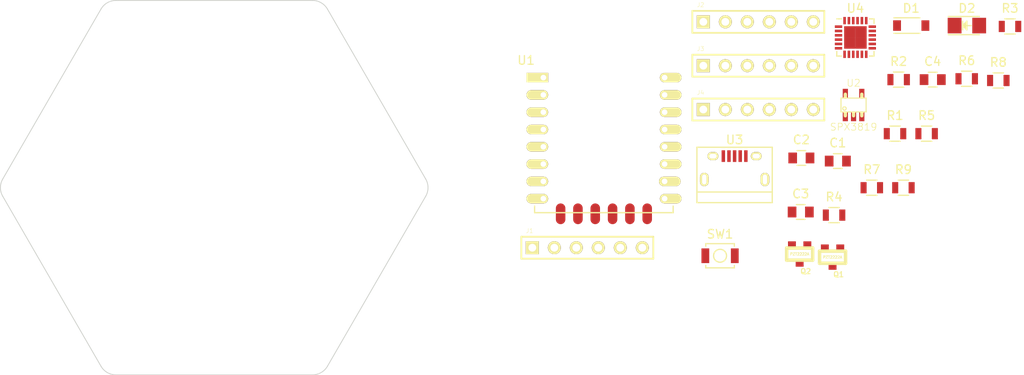
<source format=kicad_pcb>
(kicad_pcb (version 20160815) (host pcbnew 201610040835+7277~55~ubuntu16.04.1-)

  (general
    (links 69)
    (no_connects 69)
    (area 117.142304 62.352439 166.623503 105.753712)
    (thickness 1.6)
    (drawings 12)
    (tracks 0)
    (zones 0)
    (modules 26)
    (nets 49)
  )

  (page A4)
  (layers
    (0 F.Cu signal)
    (31 B.Cu signal)
    (32 B.Adhes user)
    (33 F.Adhes user)
    (34 B.Paste user)
    (35 F.Paste user)
    (36 B.SilkS user)
    (37 F.SilkS user)
    (38 B.Mask user)
    (39 F.Mask user)
    (40 Dwgs.User user)
    (41 Cmts.User user)
    (42 Eco1.User user)
    (43 Eco2.User user)
    (44 Edge.Cuts user)
    (45 Margin user)
    (46 B.CrtYd user)
    (47 F.CrtYd user)
    (48 B.Fab user)
    (49 F.Fab user)
  )

  (setup
    (last_trace_width 0.2)
    (trace_clearance 0.2)
    (zone_clearance 0.508)
    (zone_45_only no)
    (trace_min 0.2)
    (segment_width 0.01)
    (edge_width 0.1)
    (via_size 0.74)
    (via_drill 0.3)
    (via_min_size 0.64)
    (via_min_drill 0.3)
    (uvia_size 0.508)
    (uvia_drill 0.127)
    (uvias_allowed no)
    (uvia_min_size 0.508)
    (uvia_min_drill 0.127)
    (pcb_text_width 0.3)
    (pcb_text_size 1.5 1.5)
    (mod_edge_width 0.15)
    (mod_text_size 1 1)
    (mod_text_width 0.15)
    (pad_size 0.74 0.74)
    (pad_drill 0.3)
    (pad_to_mask_clearance 0.075)
    (aux_axis_origin 0 0)
    (visible_elements FFFCFF7F)
    (pcbplotparams
      (layerselection 0x00030_ffffffff)
      (usegerberextensions false)
      (excludeedgelayer true)
      (linewidth 0.100000)
      (plotframeref false)
      (viasonmask false)
      (mode 1)
      (useauxorigin false)
      (hpglpennumber 1)
      (hpglpenspeed 20)
      (hpglpendiameter 15)
      (psnegative false)
      (psa4output false)
      (plotreference true)
      (plotvalue true)
      (plotinvisibletext false)
      (padsonsilk false)
      (subtractmaskfromsilk false)
      (outputformat 1)
      (mirror false)
      (drillshape 1)
      (scaleselection 1)
      (outputdirectory ""))
  )

  (net 0 "")
  (net 1 VBUS)
  (net 2 GND)
  (net 3 +3V3)
  (net 4 VIN)
  (net 5 "Net-(D2-Pad1)")
  (net 6 /GPIO0)
  (net 7 /GPIO16)
  (net 8 /GPIO2)
  (net 9 /GPIO5)
  (net 10 /GPIO4)
  (net 11 /EN)
  (net 12 /GPIO14)
  (net 13 /GPIO12)
  (net 14 /GPIO13)
  (net 15 /CH_PD)
  (net 16 /TXD)
  (net 17 /RXD)
  (net 18 /ADC)
  (net 19 /GPIO15)
  (net 20 "Net-(J4-Pad3)")
  (net 21 /RESET)
  (net 22 /DTR)
  (net 23 "Net-(Q1-Pad1)")
  (net 24 "Net-(Q2-Pad1)")
  (net 25 /RTS)
  (net 26 /USB_RX)
  (net 27 "Net-(U1-Pad14)")
  (net 28 "Net-(U1-Pad13)")
  (net 29 "Net-(U1-Pad12)")
  (net 30 "Net-(U1-Pad11)")
  (net 31 "Net-(U1-Pad10)")
  (net 32 "Net-(U1-Pad9)")
  (net 33 "Net-(U3-Pad4)")
  (net 34 /D+)
  (net 35 /D-)
  (net 36 "Net-(U4-Pad24)")
  (net 37 "Net-(U4-Pad22)")
  (net 38 "Net-(U4-Pad18)")
  (net 39 "Net-(U4-Pad17)")
  (net 40 "Net-(U4-Pad16)")
  (net 41 "Net-(U4-Pad15)")
  (net 42 "Net-(U4-Pad14)")
  (net 43 "Net-(U4-Pad13)")
  (net 44 "Net-(U4-Pad12)")
  (net 45 "Net-(U4-Pad11)")
  (net 46 "Net-(U4-Pad10)")
  (net 47 "Net-(U4-Pad9)")
  (net 48 "Net-(U4-Pad1)")

  (net_class Default "This is the default net class."
    (clearance 0.2)
    (trace_width 0.2)
    (via_dia 0.74)
    (via_drill 0.3)
    (uvia_dia 0.508)
    (uvia_drill 0.127)
    (diff_pair_gap 0.25)
    (diff_pair_width 0.2)
    (add_net +3V3)
    (add_net /ADC)
    (add_net /CH_PD)
    (add_net /D+)
    (add_net /D-)
    (add_net /DTR)
    (add_net /EN)
    (add_net /GPIO0)
    (add_net /GPIO12)
    (add_net /GPIO13)
    (add_net /GPIO14)
    (add_net /GPIO15)
    (add_net /GPIO16)
    (add_net /GPIO2)
    (add_net /GPIO4)
    (add_net /GPIO5)
    (add_net /RESET)
    (add_net /RTS)
    (add_net /RXD)
    (add_net /TXD)
    (add_net /USB_RX)
    (add_net GND)
    (add_net "Net-(D2-Pad1)")
    (add_net "Net-(J4-Pad3)")
    (add_net "Net-(Q1-Pad1)")
    (add_net "Net-(Q2-Pad1)")
    (add_net "Net-(U1-Pad10)")
    (add_net "Net-(U1-Pad11)")
    (add_net "Net-(U1-Pad12)")
    (add_net "Net-(U1-Pad13)")
    (add_net "Net-(U1-Pad14)")
    (add_net "Net-(U1-Pad9)")
    (add_net "Net-(U3-Pad4)")
    (add_net "Net-(U4-Pad1)")
    (add_net "Net-(U4-Pad10)")
    (add_net "Net-(U4-Pad11)")
    (add_net "Net-(U4-Pad12)")
    (add_net "Net-(U4-Pad13)")
    (add_net "Net-(U4-Pad14)")
    (add_net "Net-(U4-Pad15)")
    (add_net "Net-(U4-Pad16)")
    (add_net "Net-(U4-Pad17)")
    (add_net "Net-(U4-Pad18)")
    (add_net "Net-(U4-Pad22)")
    (add_net "Net-(U4-Pad24)")
    (add_net "Net-(U4-Pad9)")
    (add_net VBUS)
    (add_net VIN)
  )

  (module Capacitors_SMD:C_0805 (layer F.Cu) (tedit 57F50E06) (tstamp 57F50E63)
    (at 213.901836 80.979939)
    (descr "Capacitor SMD 0805, reflow soldering, AVX (see smccp.pdf)")
    (tags "capacitor 0805")
    (path /579D1569)
    (attr smd)
    (fp_text reference C1 (at 0 -2.1) (layer F.SilkS)
      (effects (font (size 1 1) (thickness 0.15)))
    )
    (fp_text value 10uF (at 0 2.1) (layer F.Fab)
      (effects (font (size 1 1) (thickness 0.15)))
    )
    (fp_line (start -1 0.625) (end -1 -0.625) (layer F.Fab) (width 0.15))
    (fp_line (start 1 0.625) (end -1 0.625) (layer F.Fab) (width 0.15))
    (fp_line (start 1 -0.625) (end 1 0.625) (layer F.Fab) (width 0.15))
    (fp_line (start -1 -0.625) (end 1 -0.625) (layer F.Fab) (width 0.15))
    (fp_line (start -1.8 -1) (end 1.8 -1) (layer F.CrtYd) (width 0.05))
    (fp_line (start -1.8 1) (end 1.8 1) (layer F.CrtYd) (width 0.05))
    (fp_line (start -1.8 -1) (end -1.8 1) (layer F.CrtYd) (width 0.05))
    (fp_line (start 1.8 -1) (end 1.8 1) (layer F.CrtYd) (width 0.05))
    (fp_line (start 0.5 -0.85) (end -0.5 -0.85) (layer F.SilkS) (width 0.15))
    (fp_line (start -0.5 0.85) (end 0.5 0.85) (layer F.SilkS) (width 0.15))
    (pad 1 smd rect (at -1 0) (size 1 1.25) (layers F.Cu F.Paste F.Mask)
      (net 1 VBUS))
    (pad 2 smd rect (at 1 0) (size 1 1.25) (layers F.Cu F.Paste F.Mask)
      (net 2 GND))
    (model Capacitors_SMD.3dshapes/C_0805.wrl
      (at (xyz 0 0 0))
      (scale (xyz 1 1 1))
      (rotate (xyz 0 0 0))
    )
  )

  (module Capacitors_SMD:C_0805 (layer F.Cu) (tedit 57F50E06) (tstamp 57F50E69)
    (at 209.691836 80.619939)
    (descr "Capacitor SMD 0805, reflow soldering, AVX (see smccp.pdf)")
    (tags "capacitor 0805")
    (path /579D1648)
    (attr smd)
    (fp_text reference C2 (at 0 -2.1) (layer F.SilkS)
      (effects (font (size 1 1) (thickness 0.15)))
    )
    (fp_text value 10uF (at 0 2.1) (layer F.Fab)
      (effects (font (size 1 1) (thickness 0.15)))
    )
    (fp_line (start -1 0.625) (end -1 -0.625) (layer F.Fab) (width 0.15))
    (fp_line (start 1 0.625) (end -1 0.625) (layer F.Fab) (width 0.15))
    (fp_line (start 1 -0.625) (end 1 0.625) (layer F.Fab) (width 0.15))
    (fp_line (start -1 -0.625) (end 1 -0.625) (layer F.Fab) (width 0.15))
    (fp_line (start -1.8 -1) (end 1.8 -1) (layer F.CrtYd) (width 0.05))
    (fp_line (start -1.8 1) (end 1.8 1) (layer F.CrtYd) (width 0.05))
    (fp_line (start -1.8 -1) (end -1.8 1) (layer F.CrtYd) (width 0.05))
    (fp_line (start 1.8 -1) (end 1.8 1) (layer F.CrtYd) (width 0.05))
    (fp_line (start 0.5 -0.85) (end -0.5 -0.85) (layer F.SilkS) (width 0.15))
    (fp_line (start -0.5 0.85) (end 0.5 0.85) (layer F.SilkS) (width 0.15))
    (pad 1 smd rect (at -1 0) (size 1 1.25) (layers F.Cu F.Paste F.Mask)
      (net 3 +3V3))
    (pad 2 smd rect (at 1 0) (size 1 1.25) (layers F.Cu F.Paste F.Mask)
      (net 2 GND))
    (model Capacitors_SMD.3dshapes/C_0805.wrl
      (at (xyz 0 0 0))
      (scale (xyz 1 1 1))
      (rotate (xyz 0 0 0))
    )
  )

  (module Capacitors_SMD:C_0805 (layer F.Cu) (tedit 57F50E06) (tstamp 57F50E6F)
    (at 209.618504 86.869939)
    (descr "Capacitor SMD 0805, reflow soldering, AVX (see smccp.pdf)")
    (tags "capacitor 0805")
    (path /579D1608)
    (attr smd)
    (fp_text reference C3 (at 0 -2.1) (layer F.SilkS)
      (effects (font (size 1 1) (thickness 0.15)))
    )
    (fp_text value 1uF (at 0 2.1) (layer F.Fab)
      (effects (font (size 1 1) (thickness 0.15)))
    )
    (fp_line (start -0.5 0.85) (end 0.5 0.85) (layer F.SilkS) (width 0.15))
    (fp_line (start 0.5 -0.85) (end -0.5 -0.85) (layer F.SilkS) (width 0.15))
    (fp_line (start 1.8 -1) (end 1.8 1) (layer F.CrtYd) (width 0.05))
    (fp_line (start -1.8 -1) (end -1.8 1) (layer F.CrtYd) (width 0.05))
    (fp_line (start -1.8 1) (end 1.8 1) (layer F.CrtYd) (width 0.05))
    (fp_line (start -1.8 -1) (end 1.8 -1) (layer F.CrtYd) (width 0.05))
    (fp_line (start -1 -0.625) (end 1 -0.625) (layer F.Fab) (width 0.15))
    (fp_line (start 1 -0.625) (end 1 0.625) (layer F.Fab) (width 0.15))
    (fp_line (start 1 0.625) (end -1 0.625) (layer F.Fab) (width 0.15))
    (fp_line (start -1 0.625) (end -1 -0.625) (layer F.Fab) (width 0.15))
    (pad 2 smd rect (at 1 0) (size 1 1.25) (layers F.Cu F.Paste F.Mask)
      (net 2 GND))
    (pad 1 smd rect (at -1 0) (size 1 1.25) (layers F.Cu F.Paste F.Mask)
      (net 3 +3V3))
    (model Capacitors_SMD.3dshapes/C_0805.wrl
      (at (xyz 0 0 0))
      (scale (xyz 1 1 1))
      (rotate (xyz 0 0 0))
    )
  )

  (module Capacitors_SMD:C_0805 (layer F.Cu) (tedit 57F50E06) (tstamp 57F50E75)
    (at 224.861836 71.559939)
    (descr "Capacitor SMD 0805, reflow soldering, AVX (see smccp.pdf)")
    (tags "capacitor 0805")
    (path /579D6665)
    (attr smd)
    (fp_text reference C4 (at 0 -2.1) (layer F.SilkS)
      (effects (font (size 1 1) (thickness 0.15)))
    )
    (fp_text value 10uF (at 0 2.1) (layer F.Fab)
      (effects (font (size 1 1) (thickness 0.15)))
    )
    (fp_line (start -0.5 0.85) (end 0.5 0.85) (layer F.SilkS) (width 0.15))
    (fp_line (start 0.5 -0.85) (end -0.5 -0.85) (layer F.SilkS) (width 0.15))
    (fp_line (start 1.8 -1) (end 1.8 1) (layer F.CrtYd) (width 0.05))
    (fp_line (start -1.8 -1) (end -1.8 1) (layer F.CrtYd) (width 0.05))
    (fp_line (start -1.8 1) (end 1.8 1) (layer F.CrtYd) (width 0.05))
    (fp_line (start -1.8 -1) (end 1.8 -1) (layer F.CrtYd) (width 0.05))
    (fp_line (start -1 -0.625) (end 1 -0.625) (layer F.Fab) (width 0.15))
    (fp_line (start 1 -0.625) (end 1 0.625) (layer F.Fab) (width 0.15))
    (fp_line (start 1 0.625) (end -1 0.625) (layer F.Fab) (width 0.15))
    (fp_line (start -1 0.625) (end -1 -0.625) (layer F.Fab) (width 0.15))
    (pad 2 smd rect (at 1 0) (size 1 1.25) (layers F.Cu F.Paste F.Mask)
      (net 3 +3V3))
    (pad 1 smd rect (at -1 0) (size 1 1.25) (layers F.Cu F.Paste F.Mask)
      (net 2 GND))
    (model Capacitors_SMD.3dshapes/C_0805.wrl
      (at (xyz 0 0 0))
      (scale (xyz 1 1 1))
      (rotate (xyz 0 0 0))
    )
  )

  (module Diodes_SMD:SOD-123 (layer F.Cu) (tedit 57F50E06) (tstamp 57F50E7B)
    (at 222.378503 65.309939)
    (descr SOD-123)
    (tags SOD-123)
    (path /579D10AA)
    (attr smd)
    (fp_text reference D1 (at 0 -2) (layer F.SilkS)
      (effects (font (size 1 1) (thickness 0.15)))
    )
    (fp_text value MBR120 (at 0 2.1) (layer F.Fab)
      (effects (font (size 1 1) (thickness 0.15)))
    )
    (fp_line (start -2 -0.9) (end 1 -0.9) (layer F.SilkS) (width 0.15))
    (fp_line (start -2 0.9) (end 1 0.9) (layer F.SilkS) (width 0.15))
    (fp_line (start -2.25 -1.05) (end -2.25 1.05) (layer F.CrtYd) (width 0.05))
    (fp_line (start 2.25 1.05) (end -2.25 1.05) (layer F.CrtYd) (width 0.05))
    (fp_line (start 2.25 -1.05) (end 2.25 1.05) (layer F.CrtYd) (width 0.05))
    (fp_line (start -2.25 -1.05) (end 2.25 -1.05) (layer F.CrtYd) (width 0.05))
    (fp_line (start -1.35 -0.8) (end 1.35 -0.8) (layer F.Fab) (width 0.15))
    (fp_line (start 1.35 -0.8) (end 1.35 0.8) (layer F.Fab) (width 0.15))
    (fp_line (start 1.35 0.8) (end -1.35 0.8) (layer F.Fab) (width 0.15))
    (fp_line (start -1.35 0.8) (end -1.35 -0.8) (layer F.Fab) (width 0.15))
    (fp_line (start -0.75 0) (end -0.35 0) (layer F.Fab) (width 0.15))
    (fp_line (start -0.35 0) (end -0.35 -0.55) (layer F.Fab) (width 0.15))
    (fp_line (start -0.35 0) (end -0.35 0.55) (layer F.Fab) (width 0.15))
    (fp_line (start -0.35 0) (end 0.25 -0.4) (layer F.Fab) (width 0.15))
    (fp_line (start 0.25 -0.4) (end 0.25 0.4) (layer F.Fab) (width 0.15))
    (fp_line (start 0.25 0.4) (end -0.35 0) (layer F.Fab) (width 0.15))
    (fp_line (start 0.25 0) (end 0.75 0) (layer F.Fab) (width 0.15))
    (pad 2 smd rect (at 1.635 0) (size 0.91 1.22) (layers F.Cu F.Paste F.Mask)
      (net 4 VIN))
    (pad 1 smd rect (at -1.635 0) (size 0.91 1.22) (layers F.Cu F.Paste F.Mask)
      (net 1 VBUS))
    (model ${KISYS3DMOD}/Diodes_SMD.3dshapes/SOD-123.wrl
      (at (xyz 0 0 0))
      (scale (xyz 1 1 1))
      (rotate (xyz 0 0 0))
    )
  )

  (module LEDs:LED_1206 (layer F.Cu) (tedit 57F50E06) (tstamp 57F50E81)
    (at 228.809455 65.309939)
    (descr "LED 1206 smd package")
    (tags "LED1206 SMD")
    (path /579E74FA)
    (attr smd)
    (fp_text reference D2 (at 0 -2) (layer F.SilkS)
      (effects (font (size 1 1) (thickness 0.15)))
    )
    (fp_text value PURPLE (at 0 2) (layer F.Fab)
      (effects (font (size 1 1) (thickness 0.15)))
    )
    (fp_line (start 2.5 1.25) (end 2.5 -1.25) (layer F.CrtYd) (width 0.05))
    (fp_line (start -2.5 1.25) (end 2.5 1.25) (layer F.CrtYd) (width 0.05))
    (fp_line (start -2.5 -1.25) (end -2.5 1.25) (layer F.CrtYd) (width 0.05))
    (fp_line (start 2.5 -1.25) (end -2.5 -1.25) (layer F.CrtYd) (width 0.05))
    (fp_line (start 0 0.5) (end -0.5 0) (layer F.SilkS) (width 0.15))
    (fp_line (start 0 -0.5) (end 0 0.5) (layer F.SilkS) (width 0.15))
    (fp_line (start -0.5 0) (end 0 -0.5) (layer F.SilkS) (width 0.15))
    (fp_line (start 0 0) (end 0.5 0) (layer F.SilkS) (width 0.15))
    (fp_line (start -0.5 -0.5) (end -0.5 0.5) (layer F.SilkS) (width 0.15))
    (fp_line (start -0.2 0.05) (end -0.25 0) (layer F.SilkS) (width 0.15))
    (fp_line (start -0.2 -0.2) (end -0.2 0.05) (layer F.SilkS) (width 0.15))
    (fp_line (start -0.4 0) (end -0.2 -0.2) (layer F.SilkS) (width 0.15))
    (fp_line (start -0.1 0.3) (end -0.4 0) (layer F.SilkS) (width 0.15))
    (fp_line (start -0.1 -0.3) (end -0.1 0.3) (layer F.SilkS) (width 0.15))
    (fp_line (start -2.15 -1.05) (end 1.45 -1.05) (layer F.SilkS) (width 0.15))
    (fp_line (start -2.15 1.05) (end 1.45 1.05) (layer F.SilkS) (width 0.15))
    (fp_line (start -1.6 -0.8) (end 1.6 -0.8) (layer F.Fab) (width 0.15))
    (fp_line (start 1.6 -0.8) (end 1.6 0.8) (layer F.Fab) (width 0.15))
    (fp_line (start 1.6 0.8) (end -1.6 0.8) (layer F.Fab) (width 0.15))
    (fp_line (start -1.6 0.8) (end -1.6 -0.8) (layer F.Fab) (width 0.15))
    (fp_line (start 0 -0.5) (end 0 0.5) (layer F.Fab) (width 0.15))
    (fp_line (start 0 0.5) (end -0.5 0) (layer F.Fab) (width 0.15))
    (fp_line (start -0.5 0) (end 0 -0.5) (layer F.Fab) (width 0.15))
    (fp_line (start -0.5 -0.5) (end -0.5 0.5) (layer F.Fab) (width 0.15))
    (pad 1 smd rect (at -1.41986 0 180) (size 1.59766 1.80086) (layers F.Cu F.Paste F.Mask)
      (net 5 "Net-(D2-Pad1)"))
    (pad 2 smd rect (at 1.41986 0 180) (size 1.59766 1.80086) (layers F.Cu F.Paste F.Mask)
      (net 3 +3V3))
    (model LEDs.3dshapes/LED_1206.wrl
      (at (xyz 0 0 0))
      (scale (xyz 1 1 1))
      (rotate (xyz 0 0 180))
    )
  )

  (module icezum:1x6-Socket-header-2.54mm (layer F.Cu) (tedit 57F50E06) (tstamp 57F50E8B)
    (at 178.622331 90.998239)
    (descr "Through hole socket strip")
    (tags "socket strip")
    (path /579E29FC)
    (fp_text reference J1 (at -0.3175 -1.9558) (layer F.SilkS)
      (effects (font (size 0.5 0.5) (thickness 0.04)))
    )
    (fp_text value 1x6_female_pin_Header_2.54mm (at 4.2926 1.9304) (layer Eco2.User)
      (effects (font (size 0.5 0.5) (thickness 0.04)))
    )
    (fp_line (start -1.27 1.27) (end -1.27 -1.27) (layer F.SilkS) (width 0.2032))
    (fp_line (start 13.97 1.27) (end -1.27 1.27) (layer F.SilkS) (width 0.2032))
    (fp_line (start 13.97 -1.27) (end 13.97 1.27) (layer F.SilkS) (width 0.2032))
    (fp_line (start -1.27 -1.27) (end 13.97 -1.27) (layer F.SilkS) (width 0.2032))
    (fp_line (start -1.4351 1.4478) (end -1.4478 -1.4478) (layer F.CrtYd) (width 0.05))
    (fp_line (start 14.1605 1.4478) (end -1.4351 1.4478) (layer F.CrtYd) (width 0.05))
    (fp_line (start 14.1605 -1.4478) (end 14.1605 1.4478) (layer F.CrtYd) (width 0.05))
    (fp_line (start -1.4478 -1.4478) (end 14.1605 -1.4478) (layer F.CrtYd) (width 0.05))
    (fp_line (start 0 -0.254) (end 0 0.254) (layer F.CrtYd) (width 0.05))
    (fp_line (start -0.254 0) (end 0.254 0) (layer F.CrtYd) (width 0.05))
    (pad 1 thru_hole rect (at 0 0) (size 1.5 1.5) (drill 0.9) (layers *.Cu *.Mask F.SilkS)
      (net 2 GND))
    (pad 2 thru_hole circle (at 2.54 0) (size 1.5 1.5) (drill 0.9) (layers *.Cu *.Mask F.SilkS)
      (net 6 /GPIO0))
    (pad 3 thru_hole circle (at 5.08 0) (size 1.5 1.5) (drill 0.9) (layers *.Cu *.Mask F.SilkS)
      (net 7 /GPIO16))
    (pad 4 thru_hole circle (at 7.62 0) (size 1.5 1.5) (drill 0.9) (layers *.Cu *.Mask F.SilkS)
      (net 8 /GPIO2))
    (pad 5 thru_hole circle (at 10.16 0) (size 1.5 1.5) (drill 0.9) (layers *.Cu *.Mask F.SilkS)
      (net 9 /GPIO5))
    (pad 6 thru_hole circle (at 12.7 0) (size 1.5 1.5) (drill 0.9) (layers *.Cu *.Mask F.SilkS)
      (net 10 /GPIO4))
    (model ${KIPRJMOD}/packages3d/1x6-socket-header-2.54mm.wrl
      (at (xyz 0 0 0))
      (scale (xyz 1 1 1))
      (rotate (xyz 0 0 180))
    )
  )

  (module icezum:1x6-Socket-header-2.54mm (layer F.Cu) (tedit 57F50E06) (tstamp 57F50E95)
    (at 198.372331 64.878239)
    (descr "Through hole socket strip")
    (tags "socket strip")
    (path /579E2D94)
    (fp_text reference J2 (at -0.3175 -1.9558) (layer F.SilkS)
      (effects (font (size 0.5 0.5) (thickness 0.04)))
    )
    (fp_text value 1x6_female_pin_Header_2.54mm (at 4.2926 1.9304) (layer Eco2.User)
      (effects (font (size 0.5 0.5) (thickness 0.04)))
    )
    (fp_line (start -1.27 1.27) (end -1.27 -1.27) (layer F.SilkS) (width 0.2032))
    (fp_line (start 13.97 1.27) (end -1.27 1.27) (layer F.SilkS) (width 0.2032))
    (fp_line (start 13.97 -1.27) (end 13.97 1.27) (layer F.SilkS) (width 0.2032))
    (fp_line (start -1.27 -1.27) (end 13.97 -1.27) (layer F.SilkS) (width 0.2032))
    (fp_line (start -1.4351 1.4478) (end -1.4478 -1.4478) (layer F.CrtYd) (width 0.05))
    (fp_line (start 14.1605 1.4478) (end -1.4351 1.4478) (layer F.CrtYd) (width 0.05))
    (fp_line (start 14.1605 -1.4478) (end 14.1605 1.4478) (layer F.CrtYd) (width 0.05))
    (fp_line (start -1.4478 -1.4478) (end 14.1605 -1.4478) (layer F.CrtYd) (width 0.05))
    (fp_line (start 0 -0.254) (end 0 0.254) (layer F.CrtYd) (width 0.05))
    (fp_line (start -0.254 0) (end 0.254 0) (layer F.CrtYd) (width 0.05))
    (pad 1 thru_hole rect (at 0 0) (size 1.5 1.5) (drill 0.9) (layers *.Cu *.Mask F.SilkS)
      (net 4 VIN))
    (pad 2 thru_hole circle (at 2.54 0) (size 1.5 1.5) (drill 0.9) (layers *.Cu *.Mask F.SilkS)
      (net 11 /EN))
    (pad 3 thru_hole circle (at 5.08 0) (size 1.5 1.5) (drill 0.9) (layers *.Cu *.Mask F.SilkS)
      (net 1 VBUS))
    (pad 4 thru_hole circle (at 7.62 0) (size 1.5 1.5) (drill 0.9) (layers *.Cu *.Mask F.SilkS)
      (net 12 /GPIO14))
    (pad 5 thru_hole circle (at 10.16 0) (size 1.5 1.5) (drill 0.9) (layers *.Cu *.Mask F.SilkS)
      (net 13 /GPIO12))
    (pad 6 thru_hole circle (at 12.7 0) (size 1.5 1.5) (drill 0.9) (layers *.Cu *.Mask F.SilkS)
      (net 14 /GPIO13))
    (model ${KIPRJMOD}/packages3d/1x6-socket-header-2.54mm.wrl
      (at (xyz 0 0 0))
      (scale (xyz 1 1 1))
      (rotate (xyz 0 0 180))
    )
  )

  (module icezum:1x6-Socket-header-2.54mm (layer F.Cu) (tedit 57F50E06) (tstamp 57F50E9F)
    (at 198.372331 69.948239)
    (descr "Through hole socket strip")
    (tags "socket strip")
    (path /579E2CB2)
    (fp_text reference J3 (at -0.3175 -1.9558) (layer F.SilkS)
      (effects (font (size 0.5 0.5) (thickness 0.04)))
    )
    (fp_text value 1x6_female_pin_Header_2.54mm (at 4.2926 1.9304) (layer Eco2.User)
      (effects (font (size 0.5 0.5) (thickness 0.04)))
    )
    (fp_line (start -0.254 0) (end 0.254 0) (layer F.CrtYd) (width 0.05))
    (fp_line (start 0 -0.254) (end 0 0.254) (layer F.CrtYd) (width 0.05))
    (fp_line (start -1.4478 -1.4478) (end 14.1605 -1.4478) (layer F.CrtYd) (width 0.05))
    (fp_line (start 14.1605 -1.4478) (end 14.1605 1.4478) (layer F.CrtYd) (width 0.05))
    (fp_line (start 14.1605 1.4478) (end -1.4351 1.4478) (layer F.CrtYd) (width 0.05))
    (fp_line (start -1.4351 1.4478) (end -1.4478 -1.4478) (layer F.CrtYd) (width 0.05))
    (fp_line (start -1.27 -1.27) (end 13.97 -1.27) (layer F.SilkS) (width 0.2032))
    (fp_line (start 13.97 -1.27) (end 13.97 1.27) (layer F.SilkS) (width 0.2032))
    (fp_line (start 13.97 1.27) (end -1.27 1.27) (layer F.SilkS) (width 0.2032))
    (fp_line (start -1.27 1.27) (end -1.27 -1.27) (layer F.SilkS) (width 0.2032))
    (pad 6 thru_hole circle (at 12.7 0) (size 1.5 1.5) (drill 0.9) (layers *.Cu *.Mask F.SilkS)
      (net 15 /CH_PD))
    (pad 5 thru_hole circle (at 10.16 0) (size 1.5 1.5) (drill 0.9) (layers *.Cu *.Mask F.SilkS)
      (net 16 /TXD))
    (pad 4 thru_hole circle (at 7.62 0) (size 1.5 1.5) (drill 0.9) (layers *.Cu *.Mask F.SilkS)
      (net 17 /RXD))
    (pad 3 thru_hole circle (at 5.08 0) (size 1.5 1.5) (drill 0.9) (layers *.Cu *.Mask F.SilkS)
      (net 13 /GPIO12))
    (pad 2 thru_hole circle (at 2.54 0) (size 1.5 1.5) (drill 0.9) (layers *.Cu *.Mask F.SilkS)
      (net 14 /GPIO13))
    (pad 1 thru_hole rect (at 0 0) (size 1.5 1.5) (drill 0.9) (layers *.Cu *.Mask F.SilkS)
      (net 12 /GPIO14))
    (model ${KIPRJMOD}/packages3d/1x6-socket-header-2.54mm.wrl
      (at (xyz 0 0 0))
      (scale (xyz 1 1 1))
      (rotate (xyz 0 0 180))
    )
  )

  (module icezum:1x6-Socket-header-2.54mm (layer F.Cu) (tedit 57F50E06) (tstamp 57F50EA9)
    (at 198.372331 75.018239)
    (descr "Through hole socket strip")
    (tags "socket strip")
    (path /579E2E73)
    (fp_text reference J4 (at -0.3175 -1.9558) (layer F.SilkS)
      (effects (font (size 0.5 0.5) (thickness 0.04)))
    )
    (fp_text value 1x6_female_pin_Header_2.54mm (at 4.2926 1.9304) (layer Eco2.User)
      (effects (font (size 0.5 0.5) (thickness 0.04)))
    )
    (fp_line (start -0.254 0) (end 0.254 0) (layer F.CrtYd) (width 0.05))
    (fp_line (start 0 -0.254) (end 0 0.254) (layer F.CrtYd) (width 0.05))
    (fp_line (start -1.4478 -1.4478) (end 14.1605 -1.4478) (layer F.CrtYd) (width 0.05))
    (fp_line (start 14.1605 -1.4478) (end 14.1605 1.4478) (layer F.CrtYd) (width 0.05))
    (fp_line (start 14.1605 1.4478) (end -1.4351 1.4478) (layer F.CrtYd) (width 0.05))
    (fp_line (start -1.4351 1.4478) (end -1.4478 -1.4478) (layer F.CrtYd) (width 0.05))
    (fp_line (start -1.27 -1.27) (end 13.97 -1.27) (layer F.SilkS) (width 0.2032))
    (fp_line (start 13.97 -1.27) (end 13.97 1.27) (layer F.SilkS) (width 0.2032))
    (fp_line (start 13.97 1.27) (end -1.27 1.27) (layer F.SilkS) (width 0.2032))
    (fp_line (start -1.27 1.27) (end -1.27 -1.27) (layer F.SilkS) (width 0.2032))
    (pad 6 thru_hole circle (at 12.7 0) (size 1.5 1.5) (drill 0.9) (layers *.Cu *.Mask F.SilkS)
      (net 18 /ADC))
    (pad 5 thru_hole circle (at 10.16 0) (size 1.5 1.5) (drill 0.9) (layers *.Cu *.Mask F.SilkS)
      (net 19 /GPIO15))
    (pad 4 thru_hole circle (at 7.62 0) (size 1.5 1.5) (drill 0.9) (layers *.Cu *.Mask F.SilkS)
      (net 2 GND))
    (pad 3 thru_hole circle (at 5.08 0) (size 1.5 1.5) (drill 0.9) (layers *.Cu *.Mask F.SilkS)
      (net 20 "Net-(J4-Pad3)"))
    (pad 2 thru_hole circle (at 2.54 0) (size 1.5 1.5) (drill 0.9) (layers *.Cu *.Mask F.SilkS)
      (net 3 +3V3))
    (pad 1 thru_hole rect (at 0 0) (size 1.5 1.5) (drill 0.9) (layers *.Cu *.Mask F.SilkS)
      (net 21 /RESET))
    (model ${KIPRJMOD}/packages3d/1x6-socket-header-2.54mm.wrl
      (at (xyz 0 0 0))
      (scale (xyz 1 1 1))
      (rotate (xyz 0 0 180))
    )
  )

  (module icezum:SOT-23-3 (layer F.Cu) (tedit 57F50E06) (tstamp 57F50EB0)
    (at 213.294034 92.095639)
    (path /57F3F78C)
    (fp_text reference Q1 (at 0.70104 1.99898) (layer F.SilkS)
      (effects (font (size 0.59944 0.59944) (thickness 0.12446)))
    )
    (fp_text value PZT2222A (at 0 0) (layer F.SilkS)
      (effects (font (size 0.29972 0.29972) (thickness 0.07112)))
    )
    (fp_line (start 1.50114 -0.70104) (end 1.50114 0.70104) (layer F.SilkS) (width 0.39878))
    (fp_line (start 1.50114 0.70104) (end -1.50114 0.70104) (layer F.SilkS) (width 0.39878))
    (fp_line (start -1.50114 0.70104) (end -1.50114 -0.70104) (layer F.SilkS) (width 0.39878))
    (fp_line (start -1.50114 -0.70104) (end 1.50114 -0.70104) (layer F.SilkS) (width 0.39878))
    (pad 3 smd rect (at 0 1.00076) (size 0.9144 0.9144) (layers F.Cu F.Paste F.Mask)
      (net 22 /DTR))
    (pad 2 smd rect (at -0.889 -1.016) (size 0.9144 0.9144) (layers F.Cu F.Paste F.Mask)
      (net 6 /GPIO0))
    (pad 1 smd rect (at 0.889 -1.016) (size 0.9144 0.9144) (layers F.Cu F.Paste F.Mask)
      (net 23 "Net-(Q1-Pad1)"))
  )

  (module icezum:SOT-23-3 (layer F.Cu) (tedit 57F50E06) (tstamp 57F50EB7)
    (at 209.494034 91.735639)
    (path /57F3F25C)
    (fp_text reference Q2 (at 0.70104 1.99898) (layer F.SilkS)
      (effects (font (size 0.59944 0.59944) (thickness 0.12446)))
    )
    (fp_text value PZT2222A (at 0 0) (layer F.SilkS)
      (effects (font (size 0.29972 0.29972) (thickness 0.07112)))
    )
    (fp_line (start -1.50114 -0.70104) (end 1.50114 -0.70104) (layer F.SilkS) (width 0.39878))
    (fp_line (start -1.50114 0.70104) (end -1.50114 -0.70104) (layer F.SilkS) (width 0.39878))
    (fp_line (start 1.50114 0.70104) (end -1.50114 0.70104) (layer F.SilkS) (width 0.39878))
    (fp_line (start 1.50114 -0.70104) (end 1.50114 0.70104) (layer F.SilkS) (width 0.39878))
    (pad 1 smd rect (at 0.889 -1.016) (size 0.9144 0.9144) (layers F.Cu F.Paste F.Mask)
      (net 24 "Net-(Q2-Pad1)"))
    (pad 2 smd rect (at -0.889 -1.016) (size 0.9144 0.9144) (layers F.Cu F.Paste F.Mask)
      (net 25 /RTS))
    (pad 3 smd rect (at 0 1.00076) (size 0.9144 0.9144) (layers F.Cu F.Paste F.Mask)
      (net 21 /RESET))
  )

  (module Resistors_SMD:R_0805 (layer F.Cu) (tedit 57F50E06) (tstamp 57F50EBD)
    (at 220.508504 77.809939)
    (descr "Resistor SMD 0805, reflow soldering, Vishay (see dcrcw.pdf)")
    (tags "resistor 0805")
    (path /579D168E)
    (attr smd)
    (fp_text reference R1 (at 0 -2.1) (layer F.SilkS)
      (effects (font (size 1 1) (thickness 0.15)))
    )
    (fp_text value 10K (at 0 2.1) (layer F.Fab)
      (effects (font (size 1 1) (thickness 0.15)))
    )
    (fp_line (start -0.6 -0.875) (end 0.6 -0.875) (layer F.SilkS) (width 0.15))
    (fp_line (start 0.6 0.875) (end -0.6 0.875) (layer F.SilkS) (width 0.15))
    (fp_line (start 1.6 -1) (end 1.6 1) (layer F.CrtYd) (width 0.05))
    (fp_line (start -1.6 -1) (end -1.6 1) (layer F.CrtYd) (width 0.05))
    (fp_line (start -1.6 1) (end 1.6 1) (layer F.CrtYd) (width 0.05))
    (fp_line (start -1.6 -1) (end 1.6 -1) (layer F.CrtYd) (width 0.05))
    (pad 2 smd rect (at 0.95 0) (size 0.7 1.3) (layers F.Cu F.Paste F.Mask)
      (net 11 /EN))
    (pad 1 smd rect (at -0.95 0) (size 0.7 1.3) (layers F.Cu F.Paste F.Mask)
      (net 1 VBUS))
    (model Resistors_SMD.3dshapes/R_0805.wrl
      (at (xyz 0 0 0))
      (scale (xyz 1 1 1))
      (rotate (xyz 0 0 0))
    )
  )

  (module Resistors_SMD:R_0805 (layer F.Cu) (tedit 57F50E06) (tstamp 57F50EC3)
    (at 220.928504 71.559939)
    (descr "Resistor SMD 0805, reflow soldering, Vishay (see dcrcw.pdf)")
    (tags "resistor 0805")
    (path /57F45226)
    (attr smd)
    (fp_text reference R2 (at 0 -2.1) (layer F.SilkS)
      (effects (font (size 1 1) (thickness 0.15)))
    )
    (fp_text value 1K (at 0 2.1) (layer F.Fab)
      (effects (font (size 1 1) (thickness 0.15)))
    )
    (fp_line (start -1.6 -1) (end 1.6 -1) (layer F.CrtYd) (width 0.05))
    (fp_line (start -1.6 1) (end 1.6 1) (layer F.CrtYd) (width 0.05))
    (fp_line (start -1.6 -1) (end -1.6 1) (layer F.CrtYd) (width 0.05))
    (fp_line (start 1.6 -1) (end 1.6 1) (layer F.CrtYd) (width 0.05))
    (fp_line (start 0.6 0.875) (end -0.6 0.875) (layer F.SilkS) (width 0.15))
    (fp_line (start -0.6 -0.875) (end 0.6 -0.875) (layer F.SilkS) (width 0.15))
    (pad 1 smd rect (at -0.95 0) (size 0.7 1.3) (layers F.Cu F.Paste F.Mask)
      (net 17 /RXD))
    (pad 2 smd rect (at 0.95 0) (size 0.7 1.3) (layers F.Cu F.Paste F.Mask)
      (net 26 /USB_RX))
    (model Resistors_SMD.3dshapes/R_0805.wrl
      (at (xyz 0 0 0))
      (scale (xyz 1 1 1))
      (rotate (xyz 0 0 0))
    )
  )

  (module Resistors_SMD:R_0805 (layer F.Cu) (tedit 57F50E06) (tstamp 57F50EC9)
    (at 233.788504 65.409939)
    (descr "Resistor SMD 0805, reflow soldering, Vishay (see dcrcw.pdf)")
    (tags "resistor 0805")
    (path /579D315B)
    (attr smd)
    (fp_text reference R3 (at 0 -2.1) (layer F.SilkS)
      (effects (font (size 1 1) (thickness 0.15)))
    )
    (fp_text value 10K (at 0 2.1) (layer F.Fab)
      (effects (font (size 1 1) (thickness 0.15)))
    )
    (fp_line (start -1.6 -1) (end 1.6 -1) (layer F.CrtYd) (width 0.05))
    (fp_line (start -1.6 1) (end 1.6 1) (layer F.CrtYd) (width 0.05))
    (fp_line (start -1.6 -1) (end -1.6 1) (layer F.CrtYd) (width 0.05))
    (fp_line (start 1.6 -1) (end 1.6 1) (layer F.CrtYd) (width 0.05))
    (fp_line (start 0.6 0.875) (end -0.6 0.875) (layer F.SilkS) (width 0.15))
    (fp_line (start -0.6 -0.875) (end 0.6 -0.875) (layer F.SilkS) (width 0.15))
    (pad 1 smd rect (at -0.95 0) (size 0.7 1.3) (layers F.Cu F.Paste F.Mask)
      (net 3 +3V3))
    (pad 2 smd rect (at 0.95 0) (size 0.7 1.3) (layers F.Cu F.Paste F.Mask)
      (net 21 /RESET))
    (model Resistors_SMD.3dshapes/R_0805.wrl
      (at (xyz 0 0 0))
      (scale (xyz 1 1 1))
      (rotate (xyz 0 0 0))
    )
  )

  (module Resistors_SMD:R_0805 (layer F.Cu) (tedit 57F50E06) (tstamp 57F50ECF)
    (at 213.468504 87.229939)
    (descr "Resistor SMD 0805, reflow soldering, Vishay (see dcrcw.pdf)")
    (tags "resistor 0805")
    (path /579E0C9D)
    (attr smd)
    (fp_text reference R4 (at 0 -2.1) (layer F.SilkS)
      (effects (font (size 1 1) (thickness 0.15)))
    )
    (fp_text value 1K (at 0 2.1) (layer F.Fab)
      (effects (font (size 1 1) (thickness 0.15)))
    )
    (fp_line (start -0.6 -0.875) (end 0.6 -0.875) (layer F.SilkS) (width 0.15))
    (fp_line (start 0.6 0.875) (end -0.6 0.875) (layer F.SilkS) (width 0.15))
    (fp_line (start 1.6 -1) (end 1.6 1) (layer F.CrtYd) (width 0.05))
    (fp_line (start -1.6 -1) (end -1.6 1) (layer F.CrtYd) (width 0.05))
    (fp_line (start -1.6 1) (end 1.6 1) (layer F.CrtYd) (width 0.05))
    (fp_line (start -1.6 -1) (end 1.6 -1) (layer F.CrtYd) (width 0.05))
    (pad 2 smd rect (at 0.95 0) (size 0.7 1.3) (layers F.Cu F.Paste F.Mask)
      (net 3 +3V3))
    (pad 1 smd rect (at -0.95 0) (size 0.7 1.3) (layers F.Cu F.Paste F.Mask)
      (net 8 /GPIO2))
    (model Resistors_SMD.3dshapes/R_0805.wrl
      (at (xyz 0 0 0))
      (scale (xyz 1 1 1))
      (rotate (xyz 0 0 0))
    )
  )

  (module Resistors_SMD:R_0805 (layer F.Cu) (tedit 57F50E06) (tstamp 57F50ED5)
    (at 224.158504 77.809939)
    (descr "Resistor SMD 0805, reflow soldering, Vishay (see dcrcw.pdf)")
    (tags "resistor 0805")
    (path /579E0FD1)
    (attr smd)
    (fp_text reference R5 (at 0 -2.1) (layer F.SilkS)
      (effects (font (size 1 1) (thickness 0.15)))
    )
    (fp_text value 1K (at 0 2.1) (layer F.Fab)
      (effects (font (size 1 1) (thickness 0.15)))
    )
    (fp_line (start -1.6 -1) (end 1.6 -1) (layer F.CrtYd) (width 0.05))
    (fp_line (start -1.6 1) (end 1.6 1) (layer F.CrtYd) (width 0.05))
    (fp_line (start -1.6 -1) (end -1.6 1) (layer F.CrtYd) (width 0.05))
    (fp_line (start 1.6 -1) (end 1.6 1) (layer F.CrtYd) (width 0.05))
    (fp_line (start 0.6 0.875) (end -0.6 0.875) (layer F.SilkS) (width 0.15))
    (fp_line (start -0.6 -0.875) (end 0.6 -0.875) (layer F.SilkS) (width 0.15))
    (pad 1 smd rect (at -0.95 0) (size 0.7 1.3) (layers F.Cu F.Paste F.Mask)
      (net 15 /CH_PD))
    (pad 2 smd rect (at 0.95 0) (size 0.7 1.3) (layers F.Cu F.Paste F.Mask)
      (net 3 +3V3))
    (model Resistors_SMD.3dshapes/R_0805.wrl
      (at (xyz 0 0 0))
      (scale (xyz 1 1 1))
      (rotate (xyz 0 0 0))
    )
  )

  (module Resistors_SMD:R_0805 (layer F.Cu) (tedit 57F50E06) (tstamp 57F50EDB)
    (at 228.788504 71.459939)
    (descr "Resistor SMD 0805, reflow soldering, Vishay (see dcrcw.pdf)")
    (tags "resistor 0805")
    (path /579E103A)
    (attr smd)
    (fp_text reference R6 (at 0 -2.1) (layer F.SilkS)
      (effects (font (size 1 1) (thickness 0.15)))
    )
    (fp_text value 1K (at 0 2.1) (layer F.Fab)
      (effects (font (size 1 1) (thickness 0.15)))
    )
    (fp_line (start -0.6 -0.875) (end 0.6 -0.875) (layer F.SilkS) (width 0.15))
    (fp_line (start 0.6 0.875) (end -0.6 0.875) (layer F.SilkS) (width 0.15))
    (fp_line (start 1.6 -1) (end 1.6 1) (layer F.CrtYd) (width 0.05))
    (fp_line (start -1.6 -1) (end -1.6 1) (layer F.CrtYd) (width 0.05))
    (fp_line (start -1.6 1) (end 1.6 1) (layer F.CrtYd) (width 0.05))
    (fp_line (start -1.6 -1) (end 1.6 -1) (layer F.CrtYd) (width 0.05))
    (pad 2 smd rect (at 0.95 0) (size 0.7 1.3) (layers F.Cu F.Paste F.Mask)
      (net 19 /GPIO15))
    (pad 1 smd rect (at -0.95 0) (size 0.7 1.3) (layers F.Cu F.Paste F.Mask)
      (net 2 GND))
    (model Resistors_SMD.3dshapes/R_0805.wrl
      (at (xyz 0 0 0))
      (scale (xyz 1 1 1))
      (rotate (xyz 0 0 0))
    )
  )

  (module Resistors_SMD:R_0805 (layer F.Cu) (tedit 57F50E06) (tstamp 57F50EE1)
    (at 217.828504 84.059939)
    (descr "Resistor SMD 0805, reflow soldering, Vishay (see dcrcw.pdf)")
    (tags "resistor 0805")
    (path /579D9571)
    (attr smd)
    (fp_text reference R7 (at 0 -2.1) (layer F.SilkS)
      (effects (font (size 1 1) (thickness 0.15)))
    )
    (fp_text value 10K (at 0 2.1) (layer F.Fab)
      (effects (font (size 1 1) (thickness 0.15)))
    )
    (fp_line (start -0.6 -0.875) (end 0.6 -0.875) (layer F.SilkS) (width 0.15))
    (fp_line (start 0.6 0.875) (end -0.6 0.875) (layer F.SilkS) (width 0.15))
    (fp_line (start 1.6 -1) (end 1.6 1) (layer F.CrtYd) (width 0.05))
    (fp_line (start -1.6 -1) (end -1.6 1) (layer F.CrtYd) (width 0.05))
    (fp_line (start -1.6 1) (end 1.6 1) (layer F.CrtYd) (width 0.05))
    (fp_line (start -1.6 -1) (end 1.6 -1) (layer F.CrtYd) (width 0.05))
    (pad 2 smd rect (at 0.95 0) (size 0.7 1.3) (layers F.Cu F.Paste F.Mask)
      (net 25 /RTS))
    (pad 1 smd rect (at -0.95 0) (size 0.7 1.3) (layers F.Cu F.Paste F.Mask)
      (net 23 "Net-(Q1-Pad1)"))
    (model Resistors_SMD.3dshapes/R_0805.wrl
      (at (xyz 0 0 0))
      (scale (xyz 1 1 1))
      (rotate (xyz 0 0 0))
    )
  )

  (module Resistors_SMD:R_0805 (layer F.Cu) (tedit 57F50E06) (tstamp 57F50EE7)
    (at 232.438504 71.659939)
    (descr "Resistor SMD 0805, reflow soldering, Vishay (see dcrcw.pdf)")
    (tags "resistor 0805")
    (path /579D983F)
    (attr smd)
    (fp_text reference R8 (at 0 -2.1) (layer F.SilkS)
      (effects (font (size 1 1) (thickness 0.15)))
    )
    (fp_text value 10K (at 0 2.1) (layer F.Fab)
      (effects (font (size 1 1) (thickness 0.15)))
    )
    (fp_line (start -1.6 -1) (end 1.6 -1) (layer F.CrtYd) (width 0.05))
    (fp_line (start -1.6 1) (end 1.6 1) (layer F.CrtYd) (width 0.05))
    (fp_line (start -1.6 -1) (end -1.6 1) (layer F.CrtYd) (width 0.05))
    (fp_line (start 1.6 -1) (end 1.6 1) (layer F.CrtYd) (width 0.05))
    (fp_line (start 0.6 0.875) (end -0.6 0.875) (layer F.SilkS) (width 0.15))
    (fp_line (start -0.6 -0.875) (end 0.6 -0.875) (layer F.SilkS) (width 0.15))
    (pad 1 smd rect (at -0.95 0) (size 0.7 1.3) (layers F.Cu F.Paste F.Mask)
      (net 24 "Net-(Q2-Pad1)"))
    (pad 2 smd rect (at 0.95 0) (size 0.7 1.3) (layers F.Cu F.Paste F.Mask)
      (net 22 /DTR))
    (model Resistors_SMD.3dshapes/R_0805.wrl
      (at (xyz 0 0 0))
      (scale (xyz 1 1 1))
      (rotate (xyz 0 0 0))
    )
  )

  (module Resistors_SMD:R_0805 (layer F.Cu) (tedit 57F50E06) (tstamp 57F50EED)
    (at 221.478504 84.059939)
    (descr "Resistor SMD 0805, reflow soldering, Vishay (see dcrcw.pdf)")
    (tags "resistor 0805")
    (path /579E6C23)
    (attr smd)
    (fp_text reference R9 (at 0 -2.1) (layer F.SilkS)
      (effects (font (size 1 1) (thickness 0.15)))
    )
    (fp_text value 1K (at 0 2.1) (layer F.Fab)
      (effects (font (size 1 1) (thickness 0.15)))
    )
    (fp_line (start -0.6 -0.875) (end 0.6 -0.875) (layer F.SilkS) (width 0.15))
    (fp_line (start 0.6 0.875) (end -0.6 0.875) (layer F.SilkS) (width 0.15))
    (fp_line (start 1.6 -1) (end 1.6 1) (layer F.CrtYd) (width 0.05))
    (fp_line (start -1.6 -1) (end -1.6 1) (layer F.CrtYd) (width 0.05))
    (fp_line (start -1.6 1) (end 1.6 1) (layer F.CrtYd) (width 0.05))
    (fp_line (start -1.6 -1) (end 1.6 -1) (layer F.CrtYd) (width 0.05))
    (pad 2 smd rect (at 0.95 0) (size 0.7 1.3) (layers F.Cu F.Paste F.Mask)
      (net 5 "Net-(D2-Pad1)"))
    (pad 1 smd rect (at -0.95 0) (size 0.7 1.3) (layers F.Cu F.Paste F.Mask)
      (net 6 /GPIO0))
    (model Resistors_SMD.3dshapes/R_0805.wrl
      (at (xyz 0 0 0))
      (scale (xyz 1 1 1))
      (rotate (xyz 0 0 0))
    )
  )

  (module Buttons_Switches_SMD:SW_SPST_B3U-1000P-B (layer F.Cu) (tedit 57F50E06) (tstamp 57F50EF4)
    (at 200.302312 91.929939)
    (descr "Ultra-small-sized Tactile Switch with High Contact Reliability, Top-actuated Model, without Ground Terminal, with Boss")
    (tags "Tactile Switch")
    (path /57F3E1AD)
    (attr smd)
    (fp_text reference SW1 (at 0 -2.5) (layer F.SilkS)
      (effects (font (size 1 1) (thickness 0.15)))
    )
    (fp_text value SW_PUSH_SMALL_H (at 0 2.5) (layer F.Fab)
      (effects (font (size 1 1) (thickness 0.15)))
    )
    (fp_line (start -1.5 1.25) (end -1.5 -1.25) (layer F.Fab) (width 0.15))
    (fp_line (start 1.5 1.25) (end -1.5 1.25) (layer F.Fab) (width 0.15))
    (fp_line (start 1.5 -1.25) (end 1.5 1.25) (layer F.Fab) (width 0.15))
    (fp_line (start -1.5 -1.25) (end 1.5 -1.25) (layer F.Fab) (width 0.15))
    (fp_line (start 1.65 -1.4) (end 1.65 -1.1) (layer F.SilkS) (width 0.15))
    (fp_line (start -1.65 -1.4) (end 1.65 -1.4) (layer F.SilkS) (width 0.15))
    (fp_line (start -1.65 -1.1) (end -1.65 -1.4) (layer F.SilkS) (width 0.15))
    (fp_line (start 1.65 1.4) (end 1.65 1.1) (layer F.SilkS) (width 0.15))
    (fp_line (start -1.65 1.4) (end 1.65 1.4) (layer F.SilkS) (width 0.15))
    (fp_line (start -1.65 1.1) (end -1.65 1.4) (layer F.SilkS) (width 0.15))
    (fp_circle (center 0 0) (end 0.75 0) (layer F.SilkS) (width 0.15))
    (fp_line (start -2.4 -1.65) (end -2.4 1.65) (layer F.CrtYd) (width 0.05))
    (fp_line (start 2.4 -1.65) (end -2.4 -1.65) (layer F.CrtYd) (width 0.05))
    (fp_line (start 2.4 1.65) (end 2.4 -1.65) (layer F.CrtYd) (width 0.05))
    (fp_line (start -2.4 1.65) (end 2.4 1.65) (layer F.CrtYd) (width 0.05))
    (pad "" np_thru_hole circle (at 0 0) (size 0.8 0.8) (drill 0.8) (layers *.Cu *.Mask))
    (pad 2 smd rect (at 1.7 0) (size 0.9 1.7) (layers F.Cu F.Paste F.Mask)
      (net 21 /RESET))
    (pad 1 smd rect (at -1.7 0) (size 0.9 1.7) (layers F.Cu F.Paste F.Mask)
      (net 2 GND))
  )

  (module ESP8266:ESP-12E (layer F.Cu) (tedit 57F50E06) (tstamp 57F50F0E)
    (at 179.898503 71.32744)
    (descr "Module, ESP-8266, ESP-12, 16 pad, SMD")
    (tags "Module ESP-8266 ESP8266")
    (path /579DA8B1)
    (fp_text reference U1 (at -2 -2) (layer F.SilkS)
      (effects (font (size 1 1) (thickness 0.15)))
    )
    (fp_text value ESP-12E (at 8 1) (layer F.Fab)
      (effects (font (size 1 1) (thickness 0.15)))
    )
    (fp_line (start -2.25 -0.5) (end -2.25 -8.75) (layer F.CrtYd) (width 0.05))
    (fp_line (start -2.25 -8.75) (end 15.25 -8.75) (layer F.CrtYd) (width 0.05))
    (fp_line (start 15.25 -8.75) (end 16.25 -8.75) (layer F.CrtYd) (width 0.05))
    (fp_line (start 16.25 -8.75) (end 16.25 16) (layer F.CrtYd) (width 0.05))
    (fp_line (start 16.25 16) (end -2.25 16) (layer F.CrtYd) (width 0.05))
    (fp_line (start -2.25 16) (end -2.25 -0.5) (layer F.CrtYd) (width 0.05))
    (fp_line (start -1.016 -8.382) (end 14.986 -8.382) (layer F.CrtYd) (width 0.1524))
    (fp_line (start 14.986 -8.382) (end 14.986 -0.889) (layer F.CrtYd) (width 0.1524))
    (fp_line (start -1.016 -8.382) (end -1.016 -1.016) (layer F.CrtYd) (width 0.1524))
    (fp_line (start -1.016 14.859) (end -1.016 15.621) (layer F.SilkS) (width 0.1524))
    (fp_line (start -1.016 15.621) (end 14.986 15.621) (layer F.SilkS) (width 0.1524))
    (fp_line (start 14.986 15.621) (end 14.986 14.859) (layer F.SilkS) (width 0.1524))
    (fp_line (start 14.992 -8.4) (end -1.008 -2.6) (layer F.CrtYd) (width 0.1524))
    (fp_line (start -1.008 -8.4) (end 14.992 -2.6) (layer F.CrtYd) (width 0.1524))
    (fp_text user "No Copper" (at 6.892 -5.4) (layer F.CrtYd)
      (effects (font (size 1 1) (thickness 0.15)))
    )
    (fp_line (start -1.008 -2.6) (end 14.992 -2.6) (layer F.CrtYd) (width 0.1524))
    (fp_line (start 15 -8.4) (end 15 15.6) (layer F.Fab) (width 0.05))
    (fp_line (start 14.992 15.6) (end -1.008 15.6) (layer F.Fab) (width 0.05))
    (fp_line (start -1.008 15.6) (end -1.008 -8.4) (layer F.Fab) (width 0.05))
    (fp_line (start -1.008 -8.4) (end 14.992 -8.4) (layer F.Fab) (width 0.05))
    (pad 22 thru_hole oval (at 14 0) (size 2.5 1.1) (drill 0.65 (offset 0.7 0)) (layers *.Cu *.Mask F.SilkS)
      (net 16 /TXD))
    (pad 21 thru_hole oval (at 14 2) (size 2.5 1.1) (drill 0.65 (offset 0.7 0)) (layers *.Cu *.Mask F.SilkS)
      (net 17 /RXD))
    (pad 20 thru_hole oval (at 14 4) (size 2.5 1.1) (drill 0.65 (offset 0.7 0)) (layers *.Cu *.Mask F.SilkS)
      (net 9 /GPIO5))
    (pad 19 thru_hole oval (at 14 6) (size 2.5 1.1) (drill 0.65 (offset 0.7 0)) (layers *.Cu *.Mask F.SilkS)
      (net 10 /GPIO4))
    (pad 18 thru_hole oval (at 14 8) (size 2.5 1.1) (drill 0.65 (offset 0.7 0)) (layers *.Cu *.Mask F.SilkS)
      (net 6 /GPIO0))
    (pad 17 thru_hole oval (at 14 10) (size 2.5 1.1) (drill 0.65 (offset 0.7 0)) (layers *.Cu *.Mask F.SilkS)
      (net 8 /GPIO2))
    (pad 16 thru_hole oval (at 14 12) (size 2.5 1.1) (drill 0.65 (offset 0.6 0)) (layers *.Cu *.Mask F.SilkS)
      (net 19 /GPIO15))
    (pad 15 thru_hole oval (at 14 14) (size 2.5 1.1) (drill 0.65 (offset 0.7 0)) (layers *.Cu *.Mask F.SilkS)
      (net 2 GND))
    (pad 14 smd oval (at 11.99 15.75 90) (size 2.4 1.1) (layers F.Cu F.Paste F.Mask)
      (net 27 "Net-(U1-Pad14)"))
    (pad 13 smd oval (at 9.99 15.75 90) (size 2.4 1.1) (layers F.Cu F.Paste F.Mask)
      (net 28 "Net-(U1-Pad13)"))
    (pad 12 smd oval (at 7.99 15.75 90) (size 2.4 1.1) (layers F.Cu F.Paste F.Mask)
      (net 29 "Net-(U1-Pad12)"))
    (pad 11 smd oval (at 5.99 15.75 90) (size 2.4 1.1) (layers F.Cu F.Paste F.Mask)
      (net 30 "Net-(U1-Pad11)"))
    (pad 10 smd oval (at 3.99 15.75 90) (size 2.4 1.1) (layers F.Cu F.Paste F.Mask)
      (net 31 "Net-(U1-Pad10)"))
    (pad 9 smd oval (at 1.99 15.75 90) (size 2.4 1.1) (layers F.Cu F.Paste F.Mask)
      (net 32 "Net-(U1-Pad9)"))
    (pad 8 thru_hole oval (at 0 14) (size 2.5 1.1) (drill 0.65 (offset -0.7 0)) (layers *.Cu *.Mask F.SilkS)
      (net 3 +3V3))
    (pad 7 thru_hole oval (at 0 12) (size 2.5 1.1) (drill 0.65 (offset -0.7 0)) (layers *.Cu *.Mask F.SilkS)
      (net 14 /GPIO13))
    (pad 6 thru_hole oval (at 0 10) (size 2.5 1.1) (drill 0.65 (offset -0.7 0)) (layers *.Cu *.Mask F.SilkS)
      (net 13 /GPIO12))
    (pad 5 thru_hole oval (at 0 8) (size 2.5 1.1) (drill 0.65 (offset -0.7 0)) (layers *.Cu *.Mask F.SilkS)
      (net 12 /GPIO14))
    (pad 4 thru_hole oval (at 0 6) (size 2.5 1.1) (drill 0.65 (offset -0.7 0)) (layers *.Cu *.Mask F.SilkS)
      (net 7 /GPIO16))
    (pad 3 thru_hole oval (at 0 4) (size 2.5 1.1) (drill 0.65 (offset -0.7 0)) (layers *.Cu *.Mask F.SilkS)
      (net 15 /CH_PD))
    (pad 2 thru_hole oval (at 0 2) (size 2.5 1.1) (drill 0.65 (offset -0.7 0)) (layers *.Cu *.Mask F.SilkS)
      (net 18 /ADC))
    (pad 1 thru_hole rect (at 0 0) (size 2.5 1.1) (drill 0.65 (offset -0.7 0)) (layers *.Cu *.Mask F.SilkS)
      (net 21 /RESET))
    (model ${ESPLIB}/ESP8266.3dshapes/ESP-12.wrl
      (at (xyz 0.04 0 0))
      (scale (xyz 0.3937 0.3937 0.3937))
      (rotate (xyz 0 0 0))
    )
  )

  (module ab2_sot:AB2_SOT23-5 (layer F.Cu) (tedit 57F50E06) (tstamp 57F50F17)
    (at 215.720288 74.496705)
    (path /579D0FA3)
    (fp_text reference U2 (at 0 -2.54) (layer F.SilkS)
      (effects (font (size 0.8128 0.8128) (thickness 0.0762)))
    )
    (fp_text value SPX3819 (at 0 2.54) (layer F.SilkS)
      (effects (font (size 0.8128 0.8128) (thickness 0.0762)))
    )
    (fp_line (start -0.95 -1.25) (end -0.95 -0.925) (layer F.SilkS) (width 0.375))
    (fp_line (start 0.95 -1.25) (end 0.95 -0.925) (layer F.SilkS) (width 0.375))
    (fp_line (start 0.95 0.925) (end 0.95 1.25) (layer F.SilkS) (width 0.375))
    (fp_line (start 0 0.925) (end 0 1.25) (layer F.SilkS) (width 0.375))
    (fp_line (start -1.45 -0.8) (end 1.45 -0.8) (layer F.SilkS) (width 0.127))
    (fp_line (start -1.45 0.8) (end 1.45 0.8) (layer F.SilkS) (width 0.127))
    (fp_line (start -0.95 0.925) (end -0.95 1.25) (layer F.SilkS) (width 0.375))
    (fp_circle (center -1.05 0.4) (end -0.85 0.4) (layer F.SilkS) (width 0.127))
    (fp_line (start 1.45 -0.8) (end 1.45 0.8) (layer F.SilkS) (width 0.127))
    (fp_line (start -1.45 0.8) (end -1.45 -0.8) (layer F.SilkS) (width 0.127))
    (pad 4 smd rect (at 0.95 -1.35) (size 0.6 1.05) (layers F.Cu F.Paste F.Mask)
      (net 3 +3V3))
    (pad 6 smd rect (at -0.95 -1.35) (size 0.6 1.05) (layers F.Cu F.Paste F.Mask))
    (pad 2 smd rect (at 0 1.35) (size 0.6 1.05) (layers F.Cu F.Paste F.Mask)
      (net 2 GND))
    (pad 3 smd rect (at 0.95 1.35) (size 0.6 1.05) (layers F.Cu F.Paste F.Mask)
      (net 11 /EN))
    (pad 1 smd rect (at -0.95 1.35) (size 0.6 1.05) (layers F.Cu F.Paste F.Mask)
      (net 1 VBUS))
  )

  (module Connect:USB_Micro-B (layer F.Cu) (tedit 57F50E06) (tstamp 57F50F24)
    (at 201.981836 81.969939)
    (descr "Micro USB Type B Receptacle")
    (tags "USB USB_B USB_micro USB_OTG")
    (path /579D4052)
    (attr smd)
    (fp_text reference U3 (at 0 -3.45) (layer F.SilkS)
      (effects (font (size 1 1) (thickness 0.15)))
    )
    (fp_text value MICRO-B_USB (at 0 4.8) (layer F.Fab)
      (effects (font (size 1 1) (thickness 0.15)))
    )
    (fp_line (start -4.3509 3.81746) (end -4.3509 -2.58754) (layer F.SilkS) (width 0.15))
    (fp_line (start 4.3491 2.58746) (end -4.3509 2.58746) (layer F.SilkS) (width 0.15))
    (fp_line (start 4.3491 -2.58754) (end 4.3491 3.81746) (layer F.SilkS) (width 0.15))
    (fp_line (start -4.3509 -2.58754) (end 4.3491 -2.58754) (layer F.SilkS) (width 0.15))
    (fp_line (start -4.3509 3.81746) (end 4.3491 3.81746) (layer F.SilkS) (width 0.15))
    (fp_line (start -4.6 4.05) (end -4.6 -2.8) (layer F.CrtYd) (width 0.05))
    (fp_line (start 4.6 4.05) (end -4.6 4.05) (layer F.CrtYd) (width 0.05))
    (fp_line (start 4.6 -2.8) (end 4.6 4.05) (layer F.CrtYd) (width 0.05))
    (fp_line (start -4.6 -2.8) (end 4.6 -2.8) (layer F.CrtYd) (width 0.05))
    (pad 6 thru_hole oval (at 3.4991 1.13746 90) (size 1.55 1) (drill oval 1.15 0.5) (layers *.Cu *.Mask F.SilkS))
    (pad 6 thru_hole oval (at -3.5009 1.13746 90) (size 1.55 1) (drill oval 1.15 0.5) (layers *.Cu *.Mask F.SilkS))
    (pad 6 thru_hole oval (at 2.4991 -1.56254 90) (size 0.95 1.25) (drill oval 0.55 0.85) (layers *.Cu *.Mask F.SilkS))
    (pad 6 thru_hole oval (at -2.5009 -1.56254 90) (size 0.95 1.25) (drill oval 0.55 0.85) (layers *.Cu *.Mask F.SilkS))
    (pad 5 smd rect (at 1.2991 -1.56254 90) (size 1.35 0.4) (layers F.Cu F.Paste F.Mask)
      (net 2 GND))
    (pad 4 smd rect (at 0.6491 -1.56254 90) (size 1.35 0.4) (layers F.Cu F.Paste F.Mask)
      (net 33 "Net-(U3-Pad4)"))
    (pad 3 smd rect (at -0.0009 -1.56254 90) (size 1.35 0.4) (layers F.Cu F.Paste F.Mask)
      (net 34 /D+))
    (pad 2 smd rect (at -0.6509 -1.56254 90) (size 1.35 0.4) (layers F.Cu F.Paste F.Mask)
      (net 35 /D-))
    (pad 1 smd rect (at -1.3009 -1.56254 90) (size 1.35 0.4) (layers F.Cu F.Paste F.Mask)
      (net 1 VBUS))
  )

  (module Housings_DFN_QFN:QFN-24-1EP_4x4mm_Pitch0.5mm (layer F.Cu) (tedit 57F50E06) (tstamp 57F50F44)
    (at 215.933265 66.684939)
    (descr "24-Lead Plastic Quad Flat, No Lead Package (MJ) - 4x4x0.9 mm Body [QFN]; (see Microchip Packaging Specification 00000049BS.pdf)")
    (tags "QFN 0.5")
    (path /57F3E58E)
    (attr smd)
    (fp_text reference U4 (at 0 -3.375) (layer F.SilkS)
      (effects (font (size 1 1) (thickness 0.15)))
    )
    (fp_text value CP2104 (at 0 3.375) (layer F.Fab)
      (effects (font (size 1 1) (thickness 0.15)))
    )
    (fp_line (start 2.15 -2.15) (end 1.625 -2.15) (layer F.SilkS) (width 0.15))
    (fp_line (start 2.15 2.15) (end 1.625 2.15) (layer F.SilkS) (width 0.15))
    (fp_line (start -2.15 2.15) (end -1.625 2.15) (layer F.SilkS) (width 0.15))
    (fp_line (start -2.15 -2.15) (end -1.625 -2.15) (layer F.SilkS) (width 0.15))
    (fp_line (start 2.15 2.15) (end 2.15 1.625) (layer F.SilkS) (width 0.15))
    (fp_line (start -2.15 2.15) (end -2.15 1.625) (layer F.SilkS) (width 0.15))
    (fp_line (start 2.15 -2.15) (end 2.15 -1.625) (layer F.SilkS) (width 0.15))
    (fp_line (start -2.65 2.65) (end 2.65 2.65) (layer F.CrtYd) (width 0.05))
    (fp_line (start -2.65 -2.65) (end 2.65 -2.65) (layer F.CrtYd) (width 0.05))
    (fp_line (start 2.65 -2.65) (end 2.65 2.65) (layer F.CrtYd) (width 0.05))
    (fp_line (start -2.65 -2.65) (end -2.65 2.65) (layer F.CrtYd) (width 0.05))
    (fp_line (start -2 -1) (end -1 -2) (layer F.Fab) (width 0.15))
    (fp_line (start -2 2) (end -2 -1) (layer F.Fab) (width 0.15))
    (fp_line (start 2 2) (end -2 2) (layer F.Fab) (width 0.15))
    (fp_line (start 2 -2) (end 2 2) (layer F.Fab) (width 0.15))
    (fp_line (start -1 -2) (end 2 -2) (layer F.Fab) (width 0.15))
    (pad 25 smd rect (at -0.65 -0.65) (size 1.3 1.3) (layers F.Cu F.Paste F.Mask)
      (solder_paste_margin_ratio -0.2))
    (pad 25 smd rect (at -0.65 0.65) (size 1.3 1.3) (layers F.Cu F.Paste F.Mask)
      (solder_paste_margin_ratio -0.2))
    (pad 25 smd rect (at 0.65 -0.65) (size 1.3 1.3) (layers F.Cu F.Paste F.Mask)
      (solder_paste_margin_ratio -0.2))
    (pad 25 smd rect (at 0.65 0.65) (size 1.3 1.3) (layers F.Cu F.Paste F.Mask)
      (solder_paste_margin_ratio -0.2))
    (pad 24 smd rect (at -1.25 -1.95 90) (size 0.85 0.3) (layers F.Cu F.Paste F.Mask)
      (net 36 "Net-(U4-Pad24)"))
    (pad 23 smd rect (at -0.75 -1.95 90) (size 0.85 0.3) (layers F.Cu F.Paste F.Mask)
      (net 22 /DTR))
    (pad 22 smd rect (at -0.25 -1.95 90) (size 0.85 0.3) (layers F.Cu F.Paste F.Mask)
      (net 37 "Net-(U4-Pad22)"))
    (pad 21 smd rect (at 0.25 -1.95 90) (size 0.85 0.3) (layers F.Cu F.Paste F.Mask)
      (net 26 /USB_RX))
    (pad 20 smd rect (at 0.75 -1.95 90) (size 0.85 0.3) (layers F.Cu F.Paste F.Mask)
      (net 16 /TXD))
    (pad 19 smd rect (at 1.25 -1.95 90) (size 0.85 0.3) (layers F.Cu F.Paste F.Mask)
      (net 25 /RTS))
    (pad 18 smd rect (at 1.95 -1.25) (size 0.85 0.3) (layers F.Cu F.Paste F.Mask)
      (net 38 "Net-(U4-Pad18)"))
    (pad 17 smd rect (at 1.95 -0.75) (size 0.85 0.3) (layers F.Cu F.Paste F.Mask)
      (net 39 "Net-(U4-Pad17)"))
    (pad 16 smd rect (at 1.95 -0.25) (size 0.85 0.3) (layers F.Cu F.Paste F.Mask)
      (net 40 "Net-(U4-Pad16)"))
    (pad 15 smd rect (at 1.95 0.25) (size 0.85 0.3) (layers F.Cu F.Paste F.Mask)
      (net 41 "Net-(U4-Pad15)"))
    (pad 14 smd rect (at 1.95 0.75) (size 0.85 0.3) (layers F.Cu F.Paste F.Mask)
      (net 42 "Net-(U4-Pad14)"))
    (pad 13 smd rect (at 1.95 1.25) (size 0.85 0.3) (layers F.Cu F.Paste F.Mask)
      (net 43 "Net-(U4-Pad13)"))
    (pad 12 smd rect (at 1.25 1.95 90) (size 0.85 0.3) (layers F.Cu F.Paste F.Mask)
      (net 44 "Net-(U4-Pad12)"))
    (pad 11 smd rect (at 0.75 1.95 90) (size 0.85 0.3) (layers F.Cu F.Paste F.Mask)
      (net 45 "Net-(U4-Pad11)"))
    (pad 10 smd rect (at 0.25 1.95 90) (size 0.85 0.3) (layers F.Cu F.Paste F.Mask)
      (net 46 "Net-(U4-Pad10)"))
    (pad 9 smd rect (at -0.25 1.95 90) (size 0.85 0.3) (layers F.Cu F.Paste F.Mask)
      (net 47 "Net-(U4-Pad9)"))
    (pad 8 smd rect (at -0.75 1.95 90) (size 0.85 0.3) (layers F.Cu F.Paste F.Mask)
      (net 1 VBUS))
    (pad 7 smd rect (at -1.25 1.95 90) (size 0.85 0.3) (layers F.Cu F.Paste F.Mask)
      (net 3 +3V3))
    (pad 6 smd rect (at -1.95 1.25) (size 0.85 0.3) (layers F.Cu F.Paste F.Mask)
      (net 3 +3V3))
    (pad 5 smd rect (at -1.95 0.75) (size 0.85 0.3) (layers F.Cu F.Paste F.Mask)
      (net 3 +3V3))
    (pad 4 smd rect (at -1.95 0.25) (size 0.85 0.3) (layers F.Cu F.Paste F.Mask)
      (net 35 /D-))
    (pad 3 smd rect (at -1.95 -0.25) (size 0.85 0.3) (layers F.Cu F.Paste F.Mask)
      (net 34 /D+))
    (pad 2 smd rect (at -1.95 -0.75) (size 0.85 0.3) (layers F.Cu F.Paste F.Mask)
      (net 2 GND))
    (pad 1 smd rect (at -1.95 -1.25) (size 0.85 0.3) (layers F.Cu F.Paste F.Mask)
      (net 48 "Net-(U4-Pad1)"))
    (model Housings_DFN_QFN.3dshapes/QFN-24-1EP_4x4mm_Pitch0.5mm.wrl
      (at (xyz 0 0 0))
      (scale (xyz 1 1 1))
      (rotate (xyz 0 0 0))
    )
  )

  (gr_line (start 128.805553 63.40244) (end 117.460254 83.053076) (layer Edge.Cuts) (width 0.1))
  (gr_arc (start 130.537604 64.40244) (end 130.537604 62.40244) (angle -60) (layer Edge.Cuts) (width 0.1))
  (gr_arc (start 119.192305 84.053076) (end 117.460254 83.053076) (angle -60) (layer Edge.Cuts) (width 0.1))
  (gr_line (start 153.228203 62.40244) (end 130.537604 62.40244) (layer Edge.Cuts) (width 0.1))
  (gr_line (start 117.460254 85.053076) (end 128.805553 104.703711) (layer Edge.Cuts) (width 0.1))
  (gr_arc (start 153.228203 64.40244) (end 154.960254 63.40244) (angle -60) (layer Edge.Cuts) (width 0.1))
  (gr_arc (start 130.537604 103.703711) (end 128.805553 104.703711) (angle -60) (layer Edge.Cuts) (width 0.1))
  (gr_line (start 166.305553 83.053076) (end 154.960254 63.40244) (layer Edge.Cuts) (width 0.1))
  (gr_line (start 130.537604 105.703711) (end 153.228203 105.703711) (layer Edge.Cuts) (width 0.1))
  (gr_arc (start 164.573503 84.053076) (end 166.305553 85.053076) (angle -60) (layer Edge.Cuts) (width 0.1))
  (gr_arc (start 153.228203 103.703711) (end 153.228203 105.703711) (angle -60) (layer Edge.Cuts) (width 0.1))
  (gr_line (start 154.960254 104.703711) (end 166.305553 85.053076) (layer Edge.Cuts) (width 0.1))

)

</source>
